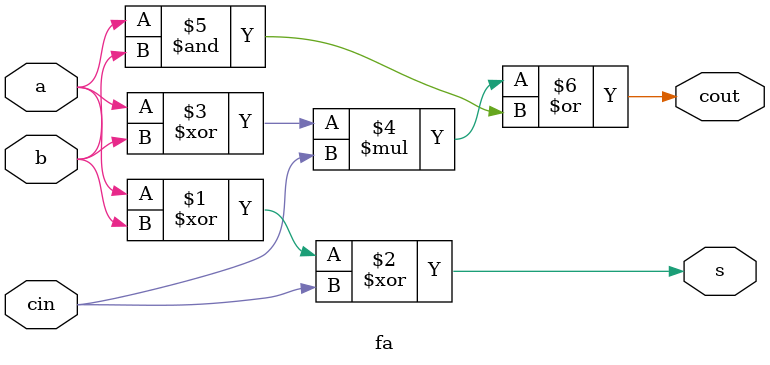
<source format=v>
`timescale 1ns / 1ps


module fa(
    input a,b,cin,
    output s, cout
    );
    assign s=(a^b^cin);
assign cout=((a^b)*cin)|(a&b);
endmodule

</source>
